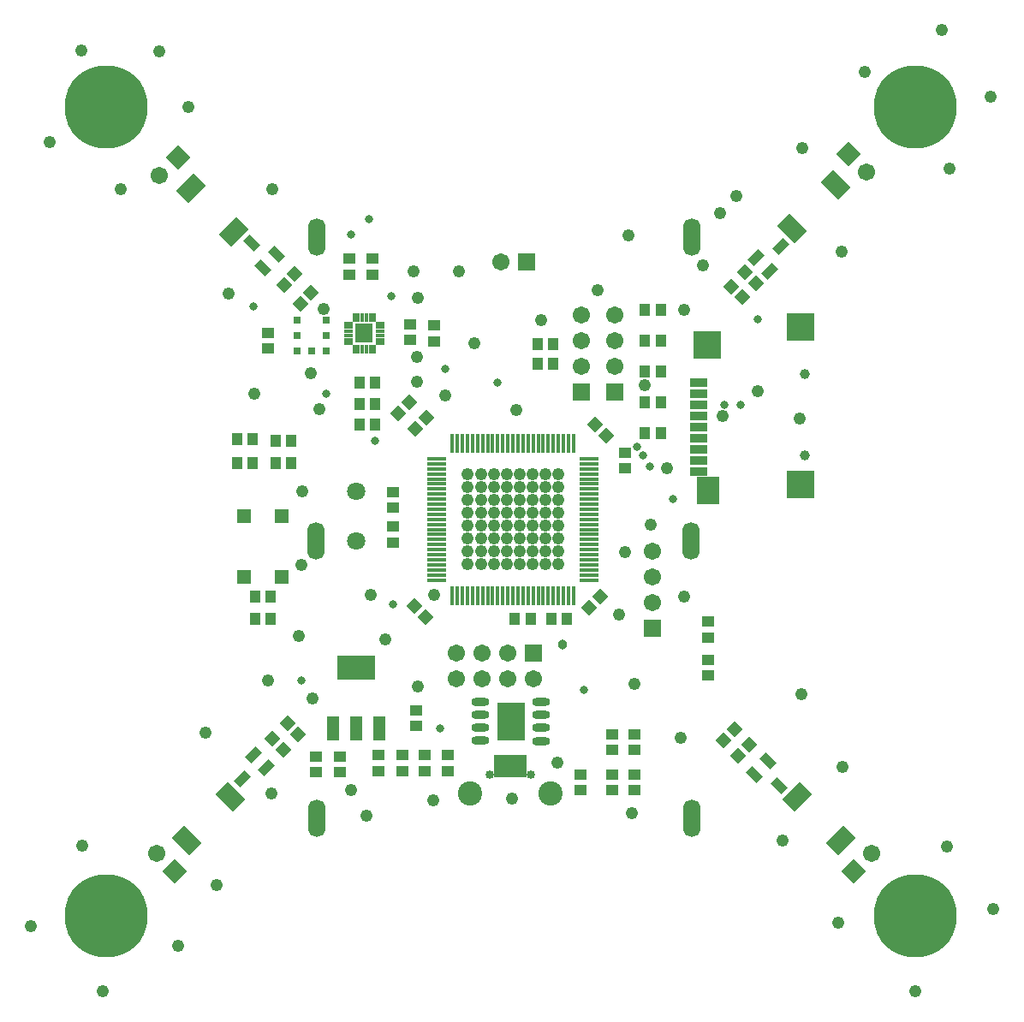
<source format=gts>
G04 Layer_Color=8388736*
%FSLAX25Y25*%
%MOIN*%
G70*
G01*
G75*
%ADD63R,0.07099X0.07690*%
%ADD64R,0.01587X0.03556*%
%ADD65R,0.03556X0.01587*%
G04:AMPARAMS|DCode=66|XSize=44.61mil|YSize=46.58mil|CornerRadius=0mil|HoleSize=0mil|Usage=FLASHONLY|Rotation=45.000|XOffset=0mil|YOffset=0mil|HoleType=Round|Shape=Rectangle|*
%AMROTATEDRECTD66*
4,1,4,0.00070,-0.03224,-0.03224,0.00070,-0.00070,0.03224,0.03224,-0.00070,0.00070,-0.03224,0.0*
%
%ADD66ROTATEDRECTD66*%

%ADD67R,0.04461X0.04658*%
%ADD68R,0.04658X0.04461*%
G04:AMPARAMS|DCode=69|XSize=44.61mil|YSize=46.58mil|CornerRadius=0mil|HoleSize=0mil|Usage=FLASHONLY|Rotation=315.000|XOffset=0mil|YOffset=0mil|HoleType=Round|Shape=Rectangle|*
%AMROTATEDRECTD69*
4,1,4,-0.03224,-0.00070,0.00070,0.03224,0.03224,0.00070,-0.00070,-0.03224,-0.03224,-0.00070,0.0*
%
%ADD69ROTATEDRECTD69*%

G04:AMPARAMS|DCode=70|XSize=94.61mil|YSize=67.06mil|CornerRadius=0mil|HoleSize=0mil|Usage=FLASHONLY|Rotation=225.000|XOffset=0mil|YOffset=0mil|HoleType=Round|Shape=Rectangle|*
%AMROTATEDRECTD70*
4,1,4,0.00974,0.05716,0.05716,0.00974,-0.00974,-0.05716,-0.05716,-0.00974,0.00974,0.05716,0.0*
%
%ADD70ROTATEDRECTD70*%

G04:AMPARAMS|DCode=71|XSize=94.61mil|YSize=67.06mil|CornerRadius=0mil|HoleSize=0mil|Usage=FLASHONLY|Rotation=135.000|XOffset=0mil|YOffset=0mil|HoleType=Round|Shape=Rectangle|*
%AMROTATEDRECTD71*
4,1,4,0.05716,-0.00974,0.00974,-0.05716,-0.05716,0.00974,-0.00974,0.05716,0.05716,-0.00974,0.0*
%
%ADD71ROTATEDRECTD71*%

G04:AMPARAMS|DCode=72|XSize=35.56mil|YSize=57.21mil|CornerRadius=0mil|HoleSize=0mil|Usage=FLASHONLY|Rotation=225.000|XOffset=0mil|YOffset=0mil|HoleType=Round|Shape=Rectangle|*
%AMROTATEDRECTD72*
4,1,4,-0.00766,0.03280,0.03280,-0.00766,0.00766,-0.03280,-0.03280,0.00766,-0.00766,0.03280,0.0*
%
%ADD72ROTATEDRECTD72*%

G04:AMPARAMS|DCode=73|XSize=35.56mil|YSize=57.21mil|CornerRadius=0mil|HoleSize=0mil|Usage=FLASHONLY|Rotation=135.000|XOffset=0mil|YOffset=0mil|HoleType=Round|Shape=Rectangle|*
%AMROTATEDRECTD73*
4,1,4,0.03280,0.00766,-0.00766,-0.03280,-0.03280,-0.00766,0.00766,0.03280,0.03280,0.00766,0.0*
%
%ADD73ROTATEDRECTD73*%

%ADD74R,0.10642X0.10642*%
%ADD75R,0.08674X0.10642*%
%ADD76R,0.07099X0.03753*%
%ADD77R,0.02572X0.08674*%
%ADD78R,0.05524X0.05524*%
%ADD79O,0.01502X0.07487*%
%ADD80O,0.07487X0.01502*%
%ADD81R,0.14579X0.09461*%
%ADD82R,0.04737X0.09461*%
%ADD83O,0.07099X0.03162*%
%ADD84R,0.10642X0.14579*%
%ADD85R,0.03162X0.02768*%
%ADD86R,0.02768X0.03162*%
%ADD87C,0.04800*%
%ADD88C,0.06706*%
%ADD89P,0.09483X4X270.0*%
%ADD90P,0.09483X4X360.0*%
%ADD91R,0.06706X0.06706*%
%ADD92R,0.06706X0.06706*%
%ADD93C,0.09461*%
%ADD94C,0.07099*%
%ADD95O,0.06706X0.14579*%
%ADD96C,0.03800*%
%ADD97C,0.03162*%
%ADD98C,0.03950*%
%ADD99C,0.03359*%
%ADD100C,0.32296*%
D63*
X139764Y266142D02*
D03*
D64*
X135827Y272342D02*
D03*
X137402D02*
D03*
X138976D02*
D03*
X140551D02*
D03*
X142126D02*
D03*
X143701D02*
D03*
X143701Y259941D02*
D03*
X142126D02*
D03*
X140551D02*
D03*
X138976D02*
D03*
X137402D02*
D03*
X135827D02*
D03*
D65*
X145965Y270079D02*
D03*
Y268504D02*
D03*
Y266929D02*
D03*
Y265354D02*
D03*
Y263779D02*
D03*
Y262205D02*
D03*
X133563Y262205D02*
D03*
Y263779D02*
D03*
Y265354D02*
D03*
Y266929D02*
D03*
Y268504D02*
D03*
Y270079D02*
D03*
D66*
X159667Y228959D02*
D03*
X163955Y233246D02*
D03*
X157262Y239152D02*
D03*
X152974Y234864D02*
D03*
X227384Y159274D02*
D03*
X231671Y163561D02*
D03*
X114786Y277778D02*
D03*
X119073Y282065D02*
D03*
X112774Y289152D02*
D03*
X108486Y284864D02*
D03*
X283885Y111899D02*
D03*
X279597Y107612D02*
D03*
X285444Y101766D02*
D03*
X289731Y106053D02*
D03*
D67*
X212598Y155118D02*
D03*
X218661D02*
D03*
X103425Y163779D02*
D03*
X97362D02*
D03*
X143976Y230709D02*
D03*
X137913D02*
D03*
X143976Y246850D02*
D03*
X137913D02*
D03*
X90276Y224803D02*
D03*
X96339D02*
D03*
X249071Y227213D02*
D03*
X255134D02*
D03*
X249071Y239213D02*
D03*
X255134D02*
D03*
X249071Y251213D02*
D03*
X255134D02*
D03*
X249071Y263213D02*
D03*
X255134D02*
D03*
X249071Y275213D02*
D03*
X255134D02*
D03*
X198425Y155118D02*
D03*
X204488D02*
D03*
X97362D02*
D03*
X103425D02*
D03*
X207205Y261811D02*
D03*
X213268D02*
D03*
X207205Y254331D02*
D03*
X213268D02*
D03*
X105236Y224409D02*
D03*
X111299D02*
D03*
X137913Y238779D02*
D03*
X143976D02*
D03*
X90276Y215748D02*
D03*
X96339D02*
D03*
X105236Y215747D02*
D03*
X111299D02*
D03*
D68*
X241339Y219567D02*
D03*
Y213504D02*
D03*
X150787Y198268D02*
D03*
Y204331D02*
D03*
Y190827D02*
D03*
Y184764D02*
D03*
X163150Y101850D02*
D03*
Y95787D02*
D03*
X157480Y269567D02*
D03*
Y263504D02*
D03*
X224016Y88307D02*
D03*
Y94370D02*
D03*
X145354Y101850D02*
D03*
Y95787D02*
D03*
X154646Y101850D02*
D03*
Y95787D02*
D03*
X120866Y101457D02*
D03*
Y95394D02*
D03*
X130157Y101457D02*
D03*
Y95394D02*
D03*
X273622Y153819D02*
D03*
Y147756D02*
D03*
X236221Y88307D02*
D03*
Y94370D02*
D03*
X244882Y88307D02*
D03*
Y94370D02*
D03*
X166929Y263110D02*
D03*
Y269173D02*
D03*
X273622Y138858D02*
D03*
Y132795D02*
D03*
X172441Y101850D02*
D03*
Y95787D02*
D03*
X236130Y103795D02*
D03*
Y109858D02*
D03*
X244791Y103795D02*
D03*
Y109858D02*
D03*
X133858Y289094D02*
D03*
Y295158D02*
D03*
X142913Y289094D02*
D03*
Y295158D02*
D03*
X160059Y119291D02*
D03*
Y113228D02*
D03*
X102362Y260354D02*
D03*
Y266417D02*
D03*
D69*
X163561Y155730D02*
D03*
X159274Y160018D02*
D03*
X234033Y226203D02*
D03*
X229746Y230490D02*
D03*
X282502Y284427D02*
D03*
X286789Y280140D02*
D03*
X292301Y285652D02*
D03*
X288014Y289939D02*
D03*
X114073Y109851D02*
D03*
X109786Y114138D02*
D03*
X103940Y108292D02*
D03*
X108227Y104005D02*
D03*
D70*
X89115Y305764D02*
D03*
X72134Y322746D02*
D03*
X325211Y68596D02*
D03*
X308230Y85578D02*
D03*
D71*
X306354Y306873D02*
D03*
X323336Y323854D02*
D03*
X70770Y68524D02*
D03*
X87752Y85506D02*
D03*
D72*
X100426Y291742D02*
D03*
X105716Y297031D02*
D03*
X96111Y301346D02*
D03*
X296919Y99600D02*
D03*
X291629Y94311D02*
D03*
X301234Y89996D02*
D03*
D73*
X292331Y295562D02*
D03*
X297621Y290272D02*
D03*
X301936Y299877D02*
D03*
X101774Y96817D02*
D03*
X96485Y102106D02*
D03*
X92170Y92502D02*
D03*
D74*
X309646Y268701D02*
D03*
Y207382D02*
D03*
X273327Y261713D02*
D03*
D75*
X273524Y204921D02*
D03*
D76*
X269882Y212205D02*
D03*
Y246850D02*
D03*
Y242520D02*
D03*
Y238189D02*
D03*
Y233858D02*
D03*
Y229527D02*
D03*
Y225197D02*
D03*
Y220866D02*
D03*
Y216535D02*
D03*
D77*
X191535Y97638D02*
D03*
X194095D02*
D03*
X196653D02*
D03*
X199213D02*
D03*
X201772D02*
D03*
D78*
X93110Y194882D02*
D03*
X107677D02*
D03*
X93110Y171260D02*
D03*
X107677D02*
D03*
D79*
X174016Y223425D02*
D03*
X175984D02*
D03*
X177953D02*
D03*
X179921D02*
D03*
X181890D02*
D03*
X183858D02*
D03*
X185827D02*
D03*
X187795D02*
D03*
X189764D02*
D03*
X191732D02*
D03*
X193701D02*
D03*
X195669D02*
D03*
X197638D02*
D03*
X199606D02*
D03*
X201575D02*
D03*
X203543D02*
D03*
X205512D02*
D03*
X207480D02*
D03*
X209449D02*
D03*
X211417D02*
D03*
X213386D02*
D03*
X215354D02*
D03*
X217323D02*
D03*
X219291D02*
D03*
X221260D02*
D03*
Y163976D02*
D03*
X219291D02*
D03*
X217323D02*
D03*
X215354D02*
D03*
X213386D02*
D03*
X211417D02*
D03*
X209449D02*
D03*
X207480D02*
D03*
X205512D02*
D03*
X203543D02*
D03*
X201575D02*
D03*
X199606D02*
D03*
X197638D02*
D03*
X195669D02*
D03*
X193701D02*
D03*
X191732D02*
D03*
X189764D02*
D03*
X187795D02*
D03*
X185827D02*
D03*
X183858D02*
D03*
X181890D02*
D03*
X179921D02*
D03*
X177953D02*
D03*
X175984D02*
D03*
X174016D02*
D03*
D80*
X227362Y217323D02*
D03*
Y215354D02*
D03*
Y213386D02*
D03*
Y211417D02*
D03*
Y209449D02*
D03*
Y207480D02*
D03*
Y205512D02*
D03*
Y203543D02*
D03*
Y201575D02*
D03*
Y199606D02*
D03*
Y197638D02*
D03*
Y195669D02*
D03*
Y193701D02*
D03*
Y191732D02*
D03*
Y189764D02*
D03*
Y187795D02*
D03*
Y185827D02*
D03*
Y183858D02*
D03*
Y181890D02*
D03*
Y179921D02*
D03*
Y177953D02*
D03*
Y175984D02*
D03*
Y174016D02*
D03*
Y172047D02*
D03*
Y170079D02*
D03*
X167913D02*
D03*
Y172047D02*
D03*
Y174016D02*
D03*
Y175984D02*
D03*
Y177953D02*
D03*
Y179921D02*
D03*
Y181890D02*
D03*
Y183858D02*
D03*
Y185827D02*
D03*
Y187795D02*
D03*
Y189764D02*
D03*
Y191732D02*
D03*
Y193701D02*
D03*
Y195669D02*
D03*
Y197638D02*
D03*
Y199606D02*
D03*
Y201575D02*
D03*
Y203543D02*
D03*
Y205512D02*
D03*
Y207480D02*
D03*
Y209449D02*
D03*
Y211417D02*
D03*
Y213386D02*
D03*
Y215354D02*
D03*
Y217323D02*
D03*
D81*
X136614Y135827D02*
D03*
D82*
X127559Y112205D02*
D03*
X136614D02*
D03*
X145669D02*
D03*
D83*
X185039Y122461D02*
D03*
Y117461D02*
D03*
Y112461D02*
D03*
Y107461D02*
D03*
X208661Y122461D02*
D03*
Y117461D02*
D03*
Y112461D02*
D03*
Y107303D02*
D03*
D84*
X196850Y114961D02*
D03*
D85*
X119291Y259449D02*
D03*
D86*
X125000D02*
D03*
Y265354D02*
D03*
Y271260D02*
D03*
X113583D02*
D03*
Y265354D02*
D03*
Y259449D02*
D03*
D87*
X309449Y233071D02*
D03*
X241339Y181102D02*
D03*
X251181Y191732D02*
D03*
X102362Y131102D02*
D03*
X160630Y128740D02*
D03*
X244882Y129528D02*
D03*
X242520Y304331D02*
D03*
X198819Y236221D02*
D03*
X171260Y242126D02*
D03*
X119685Y124016D02*
D03*
X103543Y87008D02*
D03*
X77953Y110630D02*
D03*
X29921Y66535D02*
D03*
X9843Y35433D02*
D03*
X37795Y9843D02*
D03*
X67323Y27559D02*
D03*
X82284Y51181D02*
D03*
X324410Y36614D02*
D03*
X354331Y9843D02*
D03*
X384646Y42126D02*
D03*
X366535Y66142D02*
D03*
X325984Y97244D02*
D03*
X309842Y125591D02*
D03*
X262992Y108661D02*
D03*
X264173Y163779D02*
D03*
X257480Y213779D02*
D03*
X292913Y243701D02*
D03*
X325590Y298031D02*
D03*
X367717Y330315D02*
D03*
X383465Y358268D02*
D03*
X364567Y384252D02*
D03*
X334646Y368110D02*
D03*
X310236Y338189D02*
D03*
X284646Y319685D02*
D03*
X230709Y283071D02*
D03*
X176772Y290158D02*
D03*
X103937Y322441D02*
D03*
X87008Y281496D02*
D03*
X96850Y242520D02*
D03*
X182677Y262205D02*
D03*
X44882Y322441D02*
D03*
X17323Y340551D02*
D03*
X29528Y376378D02*
D03*
X59842Y375984D02*
D03*
X71260Y354331D02*
D03*
X180101Y211299D02*
D03*
D03*
X185129D02*
D03*
X190157D02*
D03*
X195186D02*
D03*
X200214D02*
D03*
X215298D02*
D03*
X210270D02*
D03*
X205242D02*
D03*
X180101D02*
D03*
X205242Y206299D02*
D03*
X210270D02*
D03*
X215298D02*
D03*
X200214D02*
D03*
X195186D02*
D03*
X190157D02*
D03*
X185129D02*
D03*
X180101D02*
D03*
X205242Y201299D02*
D03*
X210270D02*
D03*
X215298D02*
D03*
X200214D02*
D03*
X195186D02*
D03*
X190157D02*
D03*
X185129D02*
D03*
X180101D02*
D03*
X205242Y196299D02*
D03*
X210270D02*
D03*
X215298D02*
D03*
X200214D02*
D03*
X195186D02*
D03*
X190157D02*
D03*
X185129D02*
D03*
X180101D02*
D03*
X205242Y191299D02*
D03*
X210270D02*
D03*
X215298D02*
D03*
X200214D02*
D03*
X195186D02*
D03*
X190157D02*
D03*
X185129D02*
D03*
X180101D02*
D03*
X205242Y186299D02*
D03*
X210270D02*
D03*
X215298D02*
D03*
X200214D02*
D03*
X195186D02*
D03*
X190157D02*
D03*
X185129D02*
D03*
X180101D02*
D03*
X205242Y181299D02*
D03*
X210270D02*
D03*
X215298D02*
D03*
X200214D02*
D03*
X195186D02*
D03*
X190157D02*
D03*
X185129D02*
D03*
X180101D02*
D03*
X205242Y176299D02*
D03*
X210270D02*
D03*
X215298D02*
D03*
X200214D02*
D03*
X195186D02*
D03*
X190157D02*
D03*
X185129D02*
D03*
X180101D02*
D03*
X214961Y98819D02*
D03*
X197244Y85039D02*
D03*
X166535Y84252D02*
D03*
X140551Y78347D02*
D03*
X114173Y148425D02*
D03*
X148031Y146850D02*
D03*
X115748Y204724D02*
D03*
X160630Y279921D02*
D03*
X118898Y250787D02*
D03*
X264173Y275197D02*
D03*
X271654Y292520D02*
D03*
X166929Y164173D02*
D03*
X142126D02*
D03*
X115354Y175984D02*
D03*
X238976Y156693D02*
D03*
X122441Y236614D02*
D03*
X160236Y247244D02*
D03*
X124016Y275787D02*
D03*
X160236Y257087D02*
D03*
X302756Y68504D02*
D03*
X278346Y312992D02*
D03*
X134646Y88189D02*
D03*
X244094Y79134D02*
D03*
X208661Y271260D02*
D03*
X249071Y246063D02*
D03*
X279134Y233858D02*
D03*
X159055Y290158D02*
D03*
D88*
X60081Y327557D02*
D03*
X335217Y328835D02*
D03*
X337263Y63785D02*
D03*
X58888Y63543D02*
D03*
X205512Y131732D02*
D03*
X195512Y141732D02*
D03*
Y131732D02*
D03*
X185512Y141732D02*
D03*
Y131732D02*
D03*
X175512Y141732D02*
D03*
Y131732D02*
D03*
X237402Y253386D02*
D03*
Y263386D02*
D03*
Y273386D02*
D03*
X224410Y253386D02*
D03*
Y263386D02*
D03*
Y273386D02*
D03*
X192913Y294094D02*
D03*
X251969Y161260D02*
D03*
Y171260D02*
D03*
Y181260D02*
D03*
D89*
X67153Y334628D02*
D03*
X330192Y56714D02*
D03*
D90*
X328146Y335906D02*
D03*
X65959Y56472D02*
D03*
D91*
X205512Y141732D02*
D03*
X202913Y294094D02*
D03*
D92*
X237402Y243386D02*
D03*
X224410D02*
D03*
X251969Y151260D02*
D03*
D93*
X212205Y87008D02*
D03*
X181102D02*
D03*
D94*
X136614Y204527D02*
D03*
Y185236D02*
D03*
D95*
X121260Y303543D02*
D03*
X267323D02*
D03*
Y77165D02*
D03*
X121260D02*
D03*
X120866Y185433D02*
D03*
X266929D02*
D03*
D96*
X216929Y144882D02*
D03*
D97*
X150394Y280709D02*
D03*
X96457Y276772D02*
D03*
X225197Y127165D02*
D03*
X169291Y112205D02*
D03*
X115354Y131102D02*
D03*
X124803Y242520D02*
D03*
X144095Y224410D02*
D03*
X134646Y304724D02*
D03*
X141732Y310630D02*
D03*
X250787Y214173D02*
D03*
X248425Y218504D02*
D03*
X246063Y222047D02*
D03*
X171260Y252362D02*
D03*
X292913Y271654D02*
D03*
X259842Y201575D02*
D03*
X279921Y238189D02*
D03*
X286221Y238189D02*
D03*
X150787Y160630D02*
D03*
X191732Y246850D02*
D03*
D98*
X311221Y250197D02*
D03*
Y218701D02*
D03*
D99*
X188779Y94433D02*
D03*
X204528D02*
D03*
D100*
X354331Y39370D02*
D03*
X39370D02*
D03*
Y354331D02*
D03*
X354331D02*
D03*
M02*

</source>
